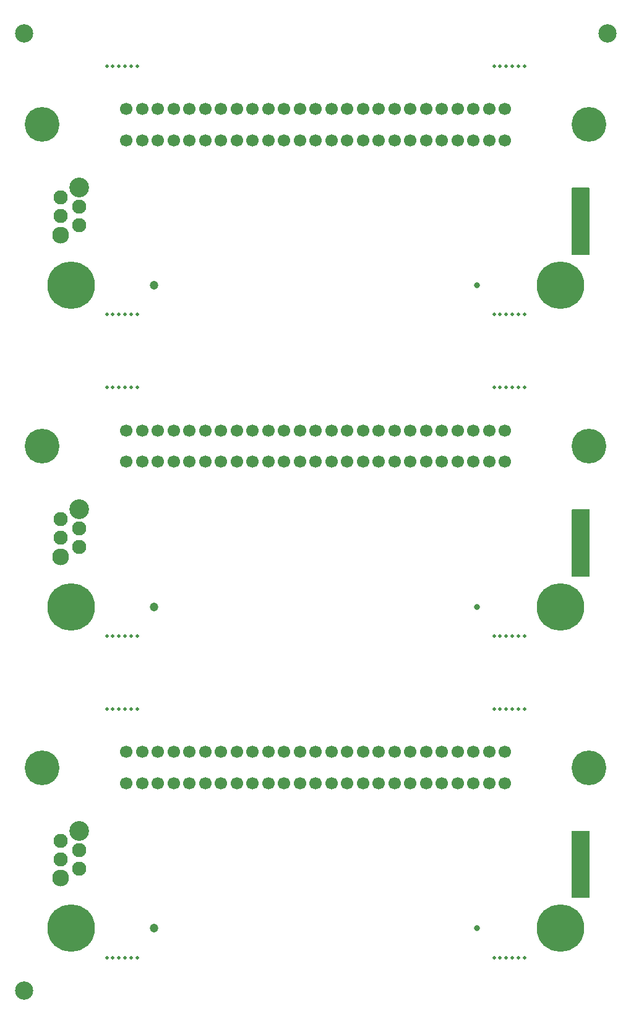
<source format=gbs>
G04 #@! TF.GenerationSoftware,KiCad,Pcbnew,8.0.6*
G04 #@! TF.CreationDate,2024-11-07T02:27:20-08:00*
G04 #@! TF.ProjectId,mse-50-ce-panel,6d73652d-3530-42d6-9365-2d70616e656c,1*
G04 #@! TF.SameCoordinates,Original*
G04 #@! TF.FileFunction,Soldermask,Bot*
G04 #@! TF.FilePolarity,Negative*
%FSLAX46Y46*%
G04 Gerber Fmt 4.6, Leading zero omitted, Abs format (unit mm)*
G04 Created by KiCad (PCBNEW 8.0.6) date 2024-11-07 02:27:20*
%MOMM*%
%LPD*%
G01*
G04 APERTURE LIST*
%ADD10C,0.500000*%
%ADD11C,0.800000*%
%ADD12C,1.200000*%
%ADD13C,1.700000*%
%ADD14C,4.750000*%
%ADD15C,2.300000*%
%ADD16C,2.700000*%
%ADD17C,1.950000*%
%ADD18C,6.500000*%
%ADD19C,2.500000*%
G04 APERTURE END LIST*
D10*
G04 #@! TO.C,KiKit_MB_7_5*
X-14639401Y85002000D03*
G04 #@! TD*
D11*
G04 #@! TO.C,J1*
X-20300000Y55002000D03*
D12*
X-64500000Y55002000D03*
G04 #@! TD*
D10*
G04 #@! TO.C,KiKit_MB_6_5*
X-67639400Y85002000D03*
G04 #@! TD*
G04 #@! TO.C,KiKit_MB_7_3*
X-16320200Y85002000D03*
G04 #@! TD*
G04 #@! TO.C,KiKit_MB_2_6*
X-66799000Y129002000D03*
G04 #@! TD*
G04 #@! TO.C,KiKit_MB_11_2*
X-17160600Y41002000D03*
G04 #@! TD*
D13*
G04 #@! TO.C,J5*
X-68320000Y30857000D03*
X-66160000Y30857000D03*
X-64000000Y30857000D03*
X-61840000Y30857000D03*
X-59680000Y30857000D03*
X-57520000Y30857000D03*
X-55360000Y30857000D03*
X-53200000Y30857000D03*
X-51040000Y30857000D03*
X-48880000Y30857000D03*
X-46720000Y30857000D03*
X-44560000Y30857000D03*
X-42400000Y30857000D03*
X-40240000Y30857000D03*
X-38080000Y30857000D03*
X-35920000Y30857000D03*
X-33760000Y30857000D03*
X-31600000Y30857000D03*
X-29440000Y30857000D03*
X-27280000Y30857000D03*
X-25120000Y30857000D03*
X-22960000Y30857000D03*
X-20800000Y30857000D03*
X-18640000Y30857000D03*
X-16480000Y30857000D03*
X-68320000Y35147000D03*
X-66160000Y35147000D03*
X-64000000Y35147000D03*
X-61840000Y35147000D03*
X-59680000Y35147000D03*
X-57520000Y35147000D03*
X-55360000Y35147000D03*
X-53200000Y35147000D03*
X-51040000Y35147000D03*
X-48880000Y35147000D03*
X-46720000Y35147000D03*
X-44560000Y35147000D03*
X-42400000Y35147000D03*
X-40240000Y35147000D03*
X-38080000Y35147000D03*
X-35920000Y35147000D03*
X-33760000Y35147000D03*
X-31600000Y35147000D03*
X-29440000Y35147000D03*
X-27280000Y35147000D03*
X-25120000Y35147000D03*
X-22960000Y35147000D03*
X-20800000Y35147000D03*
X-18640000Y35147000D03*
X-16480000Y35147000D03*
D14*
X-4975000Y33002000D03*
X-79825000Y33002000D03*
G04 #@! TD*
D10*
G04 #@! TO.C,KiKit_MB_11_1*
X-18001000Y41002000D03*
G04 #@! TD*
G04 #@! TO.C,KiKit_MB_3_2*
X-17160600Y129002000D03*
G04 #@! TD*
G04 #@! TO.C,KiKit_MB_1_5*
X-17160600Y95002000D03*
G04 #@! TD*
G04 #@! TO.C,KiKit_MB_6_4*
X-68479800Y85002000D03*
G04 #@! TD*
G04 #@! TO.C,KiKit_MB_3_4*
X-15479801Y129002000D03*
G04 #@! TD*
G04 #@! TO.C,KiKit_MB_4_3*
X-68479800Y95002000D03*
G04 #@! TD*
G04 #@! TO.C,KiKit_MB_8_1*
X-66799000Y51002000D03*
G04 #@! TD*
G04 #@! TO.C,KiKit_MB_3_1*
X-18001000Y129002000D03*
G04 #@! TD*
G04 #@! TO.C,KiKit_MB_9_2*
X-14639401Y7002000D03*
G04 #@! TD*
D15*
G04 #@! TO.C,J3*
X-77340000Y61872000D03*
D16*
X-74800000Y68342000D03*
D17*
X-77340000Y67012000D03*
X-74800000Y65742000D03*
X-77340000Y64472000D03*
X-74800000Y63202000D03*
G04 #@! TD*
D10*
G04 #@! TO.C,KiKit_MB_2_2*
X-70160599Y129002000D03*
G04 #@! TD*
G04 #@! TO.C,KiKit_MB_7_2*
X-17160600Y85002000D03*
G04 #@! TD*
G04 #@! TO.C,KiKit_MB_3_5*
X-14639401Y129002000D03*
G04 #@! TD*
D15*
G04 #@! TO.C,J3*
X-77340000Y105872000D03*
D16*
X-74800000Y112342000D03*
D17*
X-77340000Y111012000D03*
X-74800000Y109742000D03*
X-77340000Y108472000D03*
X-74800000Y107202000D03*
G04 #@! TD*
D10*
G04 #@! TO.C,KiKit_MB_1_4*
X-16320200Y95002000D03*
G04 #@! TD*
G04 #@! TO.C,KiKit_MB_2_4*
X-68479800Y129002000D03*
G04 #@! TD*
G04 #@! TO.C,KiKit_MB_9_1*
X-13799001Y7002000D03*
G04 #@! TD*
G04 #@! TO.C,KiKit_MB_8_5*
X-70160599Y51002000D03*
G04 #@! TD*
G04 #@! TO.C,KiKit_MB_12_4*
X-69320199Y7002000D03*
G04 #@! TD*
G04 #@! TO.C,KiKit_MB_10_3*
X-69320199Y41002000D03*
G04 #@! TD*
G04 #@! TO.C,KiKit_MB_4_1*
X-66799000Y95002000D03*
G04 #@! TD*
G04 #@! TO.C,KiKit_MB_3_3*
X-16320200Y129002000D03*
G04 #@! TD*
G04 #@! TO.C,KiKit_MB_12_2*
X-67639400Y7002000D03*
G04 #@! TD*
D18*
G04 #@! TO.C,H3*
X-75900000Y99002000D03*
G04 #@! TD*
D11*
G04 #@! TO.C,J1*
X-20300000Y99002000D03*
D12*
X-64500000Y99002000D03*
G04 #@! TD*
D10*
G04 #@! TO.C,KiKit_MB_10_2*
X-70160599Y41002000D03*
G04 #@! TD*
G04 #@! TO.C,KiKit_MB_1_3*
X-15479801Y95002000D03*
G04 #@! TD*
G04 #@! TO.C,KiKit_MB_5_1*
X-13799001Y51002000D03*
G04 #@! TD*
G04 #@! TO.C,KiKit_MB_10_5*
X-67639400Y41002000D03*
G04 #@! TD*
G04 #@! TO.C,KiKit_MB_12_1*
X-66799000Y7002000D03*
G04 #@! TD*
G04 #@! TO.C,KiKit_MB_12_6*
X-71000999Y7002000D03*
G04 #@! TD*
G04 #@! TO.C,KiKit_MB_7_6*
X-13799001Y85002000D03*
G04 #@! TD*
G04 #@! TO.C,KiKit_MB_9_4*
X-16320200Y7002000D03*
G04 #@! TD*
G04 #@! TO.C,KiKit_MB_9_5*
X-17160600Y7002000D03*
G04 #@! TD*
G04 #@! TO.C,KiKit_MB_6_2*
X-70160599Y85002000D03*
G04 #@! TD*
G04 #@! TO.C,KiKit_MB_6_1*
X-71000999Y85002000D03*
G04 #@! TD*
D13*
G04 #@! TO.C,J5*
X-68320000Y74857000D03*
X-66160000Y74857000D03*
X-64000000Y74857000D03*
X-61840000Y74857000D03*
X-59680000Y74857000D03*
X-57520000Y74857000D03*
X-55360000Y74857000D03*
X-53200000Y74857000D03*
X-51040000Y74857000D03*
X-48880000Y74857000D03*
X-46720000Y74857000D03*
X-44560000Y74857000D03*
X-42400000Y74857000D03*
X-40240000Y74857000D03*
X-38080000Y74857000D03*
X-35920000Y74857000D03*
X-33760000Y74857000D03*
X-31600000Y74857000D03*
X-29440000Y74857000D03*
X-27280000Y74857000D03*
X-25120000Y74857000D03*
X-22960000Y74857000D03*
X-20800000Y74857000D03*
X-18640000Y74857000D03*
X-16480000Y74857000D03*
X-68320000Y79147000D03*
X-66160000Y79147000D03*
X-64000000Y79147000D03*
X-61840000Y79147000D03*
X-59680000Y79147000D03*
X-57520000Y79147000D03*
X-55360000Y79147000D03*
X-53200000Y79147000D03*
X-51040000Y79147000D03*
X-48880000Y79147000D03*
X-46720000Y79147000D03*
X-44560000Y79147000D03*
X-42400000Y79147000D03*
X-40240000Y79147000D03*
X-38080000Y79147000D03*
X-35920000Y79147000D03*
X-33760000Y79147000D03*
X-31600000Y79147000D03*
X-29440000Y79147000D03*
X-27280000Y79147000D03*
X-25120000Y79147000D03*
X-22960000Y79147000D03*
X-20800000Y79147000D03*
X-18640000Y79147000D03*
X-16480000Y79147000D03*
D14*
X-4975000Y77002000D03*
X-79825000Y77002000D03*
G04 #@! TD*
D10*
G04 #@! TO.C,KiKit_MB_8_3*
X-68479800Y51002000D03*
G04 #@! TD*
G04 #@! TO.C,KiKit_MB_1_6*
X-18001000Y95002000D03*
G04 #@! TD*
G04 #@! TO.C,KiKit_MB_8_2*
X-67639400Y51002000D03*
G04 #@! TD*
G04 #@! TO.C,KiKit_MB_11_6*
X-13799001Y41002000D03*
G04 #@! TD*
D18*
G04 #@! TO.C,H4*
X-8900000Y99002000D03*
G04 #@! TD*
D13*
G04 #@! TO.C,J5*
X-68320000Y118857000D03*
X-66160000Y118857000D03*
X-64000000Y118857000D03*
X-61840000Y118857000D03*
X-59680000Y118857000D03*
X-57520000Y118857000D03*
X-55360000Y118857000D03*
X-53200000Y118857000D03*
X-51040000Y118857000D03*
X-48880000Y118857000D03*
X-46720000Y118857000D03*
X-44560000Y118857000D03*
X-42400000Y118857000D03*
X-40240000Y118857000D03*
X-38080000Y118857000D03*
X-35920000Y118857000D03*
X-33760000Y118857000D03*
X-31600000Y118857000D03*
X-29440000Y118857000D03*
X-27280000Y118857000D03*
X-25120000Y118857000D03*
X-22960000Y118857000D03*
X-20800000Y118857000D03*
X-18640000Y118857000D03*
X-16480000Y118857000D03*
X-68320000Y123147000D03*
X-66160000Y123147000D03*
X-64000000Y123147000D03*
X-61840000Y123147000D03*
X-59680000Y123147000D03*
X-57520000Y123147000D03*
X-55360000Y123147000D03*
X-53200000Y123147000D03*
X-51040000Y123147000D03*
X-48880000Y123147000D03*
X-46720000Y123147000D03*
X-44560000Y123147000D03*
X-42400000Y123147000D03*
X-40240000Y123147000D03*
X-38080000Y123147000D03*
X-35920000Y123147000D03*
X-33760000Y123147000D03*
X-31600000Y123147000D03*
X-29440000Y123147000D03*
X-27280000Y123147000D03*
X-25120000Y123147000D03*
X-22960000Y123147000D03*
X-20800000Y123147000D03*
X-18640000Y123147000D03*
X-16480000Y123147000D03*
D14*
X-4975000Y121002000D03*
X-79825000Y121002000D03*
G04 #@! TD*
D10*
G04 #@! TO.C,KiKit_MB_2_1*
X-71000999Y129002000D03*
G04 #@! TD*
G04 #@! TO.C,KiKit_MB_5_4*
X-16320200Y51002000D03*
G04 #@! TD*
G04 #@! TO.C,KiKit_MB_1_1*
X-13799001Y95002000D03*
G04 #@! TD*
G04 #@! TO.C,KiKit_MB_6_3*
X-69320199Y85002000D03*
G04 #@! TD*
G04 #@! TO.C,KiKit_MB_7_1*
X-18001000Y85002000D03*
G04 #@! TD*
G04 #@! TO.C,KiKit_MB_4_5*
X-70160599Y95002000D03*
G04 #@! TD*
G04 #@! TO.C,KiKit_MB_8_4*
X-69320199Y51002000D03*
G04 #@! TD*
G04 #@! TO.C,KiKit_MB_4_6*
X-71000999Y95002000D03*
G04 #@! TD*
D18*
G04 #@! TO.C,H3*
X-75900000Y11002000D03*
G04 #@! TD*
D10*
G04 #@! TO.C,KiKit_MB_7_4*
X-15479801Y85002000D03*
G04 #@! TD*
G04 #@! TO.C,KiKit_MB_2_5*
X-67639400Y129002000D03*
G04 #@! TD*
G04 #@! TO.C,KiKit_MB_12_5*
X-70160599Y7002000D03*
G04 #@! TD*
G04 #@! TO.C,KiKit_MB_10_6*
X-66799000Y41002000D03*
G04 #@! TD*
G04 #@! TO.C,KiKit_MB_5_5*
X-17160600Y51002000D03*
G04 #@! TD*
D18*
G04 #@! TO.C,H4*
X-8900000Y11002000D03*
G04 #@! TD*
D11*
G04 #@! TO.C,J1*
X-20300000Y11002000D03*
D12*
X-64500000Y11002000D03*
G04 #@! TD*
D10*
G04 #@! TO.C,KiKit_MB_5_6*
X-18001000Y51002000D03*
G04 #@! TD*
D15*
G04 #@! TO.C,J3*
X-77340000Y17872000D03*
D16*
X-74800000Y24342000D03*
D17*
X-77340000Y23012000D03*
X-74800000Y21742000D03*
X-77340000Y20472000D03*
X-74800000Y19202000D03*
G04 #@! TD*
D10*
G04 #@! TO.C,KiKit_MB_10_4*
X-68479800Y41002000D03*
G04 #@! TD*
G04 #@! TO.C,KiKit_MB_12_3*
X-68479800Y7002000D03*
G04 #@! TD*
D18*
G04 #@! TO.C,H3*
X-75900000Y55002000D03*
G04 #@! TD*
D10*
G04 #@! TO.C,KiKit_MB_9_3*
X-15479801Y7002000D03*
G04 #@! TD*
G04 #@! TO.C,KiKit_MB_10_1*
X-71000999Y41002000D03*
G04 #@! TD*
G04 #@! TO.C,KiKit_MB_5_2*
X-14639401Y51002000D03*
G04 #@! TD*
G04 #@! TO.C,KiKit_MB_6_6*
X-66799000Y85002000D03*
G04 #@! TD*
G04 #@! TO.C,KiKit_MB_9_6*
X-18001000Y7002000D03*
G04 #@! TD*
G04 #@! TO.C,KiKit_MB_4_4*
X-69320199Y95002000D03*
G04 #@! TD*
G04 #@! TO.C,KiKit_MB_2_3*
X-69320199Y129002000D03*
G04 #@! TD*
G04 #@! TO.C,KiKit_MB_8_6*
X-71000999Y51002000D03*
G04 #@! TD*
D18*
G04 #@! TO.C,H4*
X-8900000Y55002000D03*
G04 #@! TD*
D10*
G04 #@! TO.C,KiKit_MB_11_3*
X-16320200Y41002000D03*
G04 #@! TD*
G04 #@! TO.C,KiKit_MB_5_3*
X-15479801Y51002000D03*
G04 #@! TD*
G04 #@! TO.C,KiKit_MB_11_4*
X-15479801Y41002000D03*
G04 #@! TD*
G04 #@! TO.C,KiKit_MB_1_2*
X-14639401Y95002000D03*
G04 #@! TD*
G04 #@! TO.C,KiKit_MB_11_5*
X-14639401Y41002000D03*
G04 #@! TD*
G04 #@! TO.C,KiKit_MB_3_6*
X-13799001Y129002000D03*
G04 #@! TD*
G04 #@! TO.C,KiKit_MB_4_2*
X-67639400Y95002000D03*
G04 #@! TD*
D19*
G04 #@! TO.C,KiKit_FID_B_1*
X-82300000Y133503500D03*
G04 #@! TD*
G04 #@! TO.C,KiKit_FID_B_3*
X-82300000Y2500000D03*
G04 #@! TD*
G04 #@! TO.C,KiKit_FID_B_2*
X-2500000Y133503500D03*
G04 #@! TD*
G36*
X-4956961Y68332315D02*
G01*
X-4911206Y68279511D01*
X-4900000Y68228000D01*
X-4900000Y59276000D01*
X-4919685Y59208961D01*
X-4972489Y59163206D01*
X-5024000Y59152000D01*
X-7276000Y59152000D01*
X-7343039Y59171685D01*
X-7388794Y59224489D01*
X-7400000Y59276000D01*
X-7400000Y68228000D01*
X-7380315Y68295039D01*
X-7327511Y68340794D01*
X-7276000Y68352000D01*
X-5024000Y68352000D01*
X-4956961Y68332315D01*
G37*
G36*
X-4956961Y112332315D02*
G01*
X-4911206Y112279511D01*
X-4900000Y112228000D01*
X-4900000Y103276000D01*
X-4919685Y103208961D01*
X-4972489Y103163206D01*
X-5024000Y103152000D01*
X-7276000Y103152000D01*
X-7343039Y103171685D01*
X-7388794Y103224489D01*
X-7400000Y103276000D01*
X-7400000Y112228000D01*
X-7380315Y112295039D01*
X-7327511Y112340794D01*
X-7276000Y112352000D01*
X-5024000Y112352000D01*
X-4956961Y112332315D01*
G37*
G36*
X-4956961Y24332315D02*
G01*
X-4911206Y24279511D01*
X-4900000Y24228000D01*
X-4900000Y15276000D01*
X-4919685Y15208961D01*
X-4972489Y15163206D01*
X-5024000Y15152000D01*
X-7276000Y15152000D01*
X-7343039Y15171685D01*
X-7388794Y15224489D01*
X-7400000Y15276000D01*
X-7400000Y24228000D01*
X-7380315Y24295039D01*
X-7327511Y24340794D01*
X-7276000Y24352000D01*
X-5024000Y24352000D01*
X-4956961Y24332315D01*
G37*
M02*

</source>
